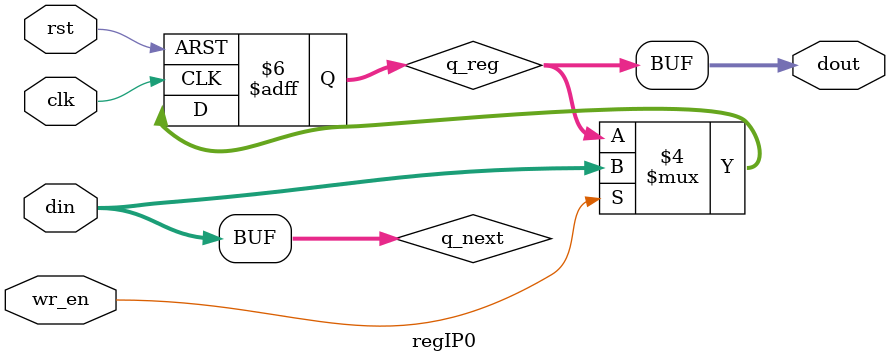
<source format=sv>
module regIP0(
  input logic clk, rst, wr_en,
  input logic [3:0] din,
  output logic [3:0] dout
);

  // q_next é o próximo valor do registrador
  // q_reg é o valor atual do registrador
  logic [3:0] q_next, q_reg;

  // circuito do registrador
  always_ff @(posedge clk, posedge rst)
  begin
    if (rst == 1'b1)
      q_reg <= 0;
    else if (wr_en == 1'b1)
      q_reg <= q_next;
  end

  // lógica do próximo estado do registrador
  assign q_next = din;

  // lógica de saída
  assign dout = q_reg;

endmodule

</source>
